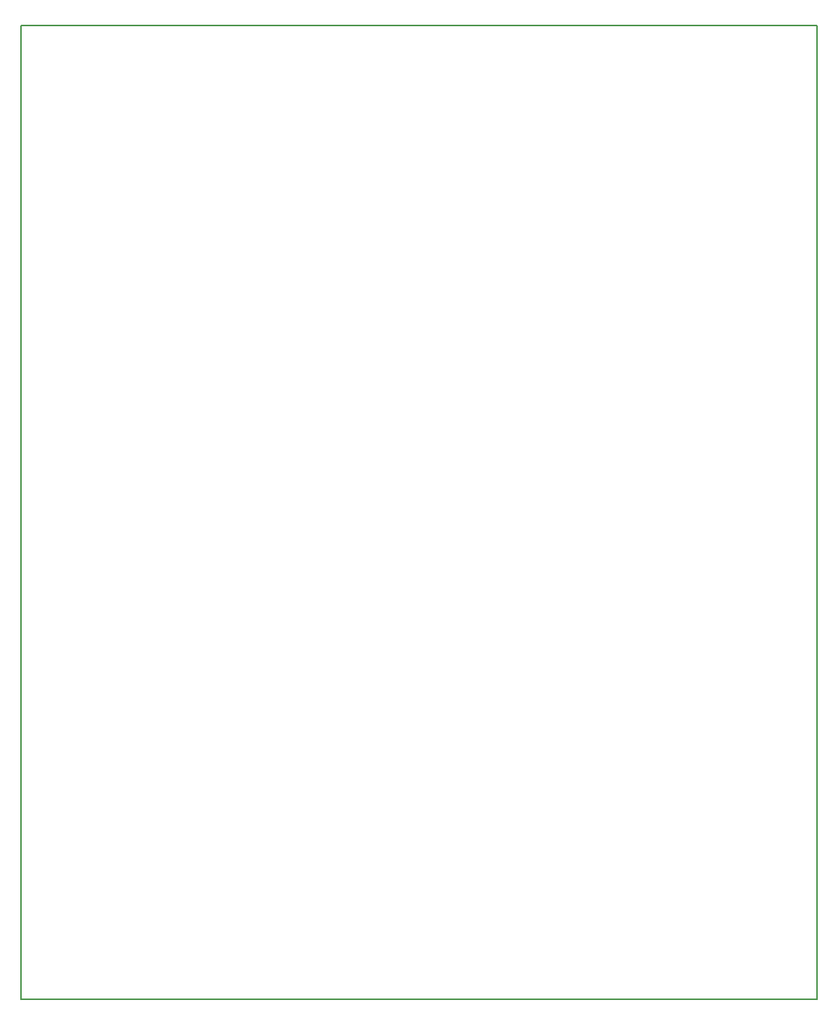
<source format=gbr>
%FSTAX23Y23*%
%MOIN*%
%SFA1B1*%

%IPPOS*%
%ADD52C,0.005984*%
%LNpcb.psu.dcdc.001.a1_keep-out-1*%
%LPD*%
G54D52*
X03543Y0D02*
Y0433D01*
X0D02*
X03543D01*
X0Y0D02*
Y0433D01*
Y0D02*
X03543D01*
M02*
</source>
